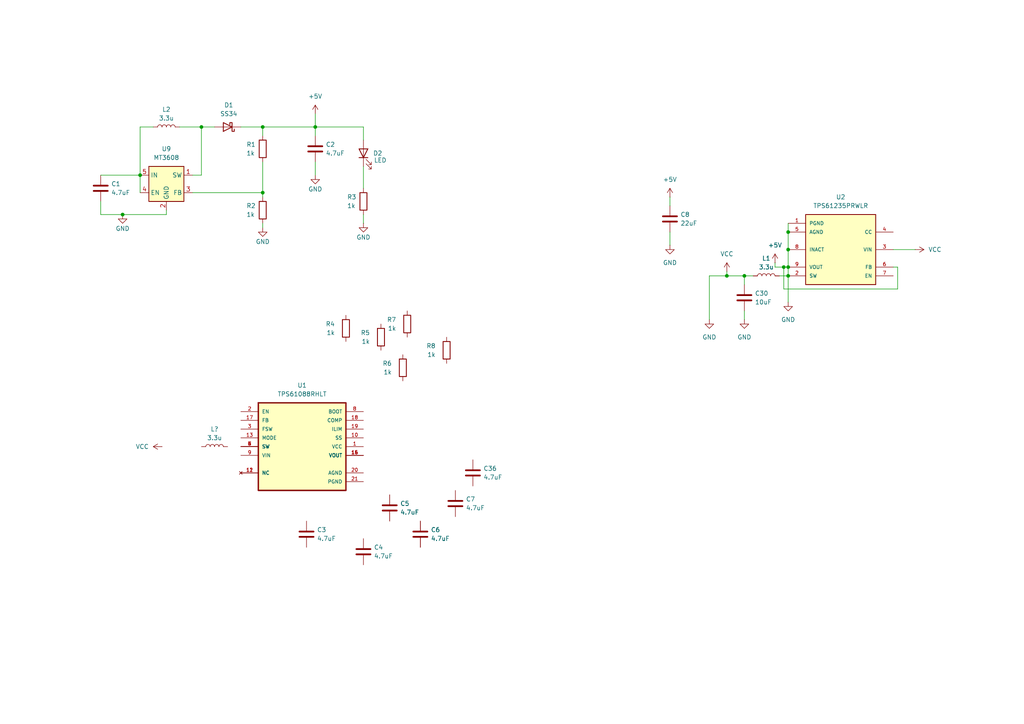
<source format=kicad_sch>
(kicad_sch (version 20250114) (generator "eeschema") (generator_version "9.0")
  (paper "A4")
  (lib_symbols
    (symbol "Device:C" (pin_numbers (hide yes)) (pin_names (offset 0.254))
      (property "Reference" "C" (at 0.635 2.54 0))
      (property "Value" "C" (at 0.635 -2.54 0))
      (symbol "C_0_1"
        (polyline (pts (xy -2.032 0.762) (xy 2.032 0.762)) (stroke (width 0.508)))
        (polyline (pts (xy -2.032 -0.762) (xy 2.032 -0.762)) (stroke (width 0.508)))
      )
      (symbol "C_1_1"
        (pin passive line (at 0 3.81 270) (length 2.794) (name "~") (number "1"))
        (pin passive line (at 0 -3.81 90) (length 2.794) (name "~") (number "2"))
      )
    )
    (symbol "Device:L" (pin_numbers (hide yes)) (pin_names (offset 1.016) (hide yes))
      (property "Reference" "L" (at -1.27 0 90))
      (property "Value" "L" (at 1.905 0 90))
      (symbol "L_0_1"
        (arc (start 0 2.54) (mid 0.6323 1.905) (end 0 1.27))
        (arc (start 0 1.27) (mid 0.6323 0.635) (end 0 0))
        (arc (start 0 0) (mid 0.6323 -0.635) (end 0 -1.27))
        (arc (start 0 -1.27) (mid 0.6323 -1.905) (end 0 -2.54))
      )
      (symbol "L_1_1"
        (pin passive line (at 0 3.81 270) (length 1.27) (name "1") (number "1"))
        (pin passive line (at 0 -3.81 90) (length 1.27) (name "2") (number "2"))
      )
    )
    (symbol "Device:LED" (pin_numbers (hide yes)) (pin_names (offset 1.016) (hide yes))
      (property "Reference" "D" (at 0 2.54 0))
      (property "Value" "LED" (at 0 -2.54 0))
      (symbol "LED_0_1"
        (polyline (pts (xy -3.048 -0.762) (xy -4.572 -2.286) (xy -3.81 -2.286) (xy -4.572 -2.286) (xy -4.572 -1.524)))
        (polyline (pts (xy -1.778 -0.762) (xy -3.302 -2.286) (xy -2.54 -2.286) (xy -3.302 -2.286) (xy -3.302 -1.524)))
        (polyline (pts (xy -1.27 0) (xy 1.27 0)))
        (polyline (pts (xy -1.27 -1.27) (xy -1.27 1.27)) (stroke (width 0.254)))
        (polyline (pts (xy 1.27 -1.27) (xy 1.27 1.27) (xy -1.27 0) (xy 1.27 -1.27)) (stroke (width 0.254)))
      )
      (symbol "LED_1_1"
        (pin passive line (at -3.81 0 0) (length 2.54) (name "K") (number "1"))
        (pin passive line (at 3.81 0 180) (length 2.54) (name "A") (number "2"))
      )
    )
    (symbol "Device:R" (pin_numbers (hide yes)) (pin_names (offset 0))
      (property "Reference" "R" (at 2.032 0 90))
      (property "Value" "R" (at 0 0 90))
      (symbol "R_0_1"
        (rectangle (start -1.016 -2.54) (end 1.016 2.54) (stroke (width 0.254)))
      )
      (symbol "R_1_1"
        (pin passive line (at 0 3.81 270) (length 1.27) (name "~") (number "1"))
        (pin passive line (at 0 -3.81 90) (length 1.27) (name "~") (number "2"))
      )
    )
    (symbol "Diode:SS34" (pin_numbers (hide yes)) (pin_names (offset 1.016) (hide yes))
      (property "Reference" "D" (at 0 2.54 0))
      (property "Value" "SS34" (at 0 -2.54 0))
      (symbol "SS34_0_1"
        (polyline (pts (xy -1.905 0.635) (xy -1.905 1.27) (xy -1.27 1.27) (xy -1.27 -1.27) (xy -0.635 -1.27) (xy -0.635 -0.635)) (stroke (width 0.254)))
        (polyline (pts (xy 1.27 1.27) (xy 1.27 -1.27) (xy -1.27 0) (xy 1.27 1.27)) (stroke (width 0.254)))
        (polyline (pts (xy 1.27 0) (xy -1.27 0)))
      )
      (symbol "SS34_1_1"
        (pin passive line (at -3.81 0 0) (length 2.54) (name "K") (number "1"))
        (pin passive line (at 3.81 0 180) (length 2.54) (name "A") (number "2"))
      )
    )
    (symbol "GND_1" (power) (pin_numbers (hide yes)) (pin_names (offset 0) (hide yes))
      (property "Value" "GND" (at 0 -3.81 0))
      (symbol "GND_1_0_1"
        (polyline (pts (xy 0 0) (xy 0 -1.27) (xy 1.27 -1.27) (xy 0 -2.54) (xy -1.27 -1.27) (xy 0 -1.27)))
      )
      (symbol "GND_1_1_1"
        (pin power_in line (at 0 0 270) (length 0) (name "~") (number "1"))
      )
    )
    (symbol "Regulator_Switching:MT3608"
      (property "Reference" "U" (at -2.54 8.89 0))
      (property "Value" "MT3608" (at -3.81 6.35 0))
      (symbol "MT3608_0_1"
        (rectangle (start -5.08 5.08) (end 5.08 -5.08) (stroke (width 0.254)) (fill (type background)))
      )
      (symbol "MT3608_1_1"
        (pin power_in line (at -7.62 2.54 0) (length 2.54) (name "IN") (number "5"))
        (pin input line (at -7.62 -2.54 0) (length 2.54) (name "EN") (number "4"))
        (pin power_in line (at 0 -7.62 90) (length 2.54) (name "GND") (number "2"))
        (pin no_connect line (at 5.08 0 180) (length 2.54) (hide yes) (name "NC") (number "6"))
        (pin passive line (at 7.62 2.54 180) (length 2.54) (name "SW") (number "1"))
        (pin input line (at 7.62 -2.54 180) (length 2.54) (name "FB") (number "3"))
      )
    )
    (symbol "TPS61088RHLT:TPS61088RHLT" (pin_names (offset 1.016))
      (property "Reference" "U" (at -12.7 13.7 0))
      (property "Value" "TPS61088RHLT" (at -12.7 -16.7 0))
      (symbol "TPS61088RHLT_0_0"
        (rectangle (start -12.7 -12.7) (end 12.7 12.7) (stroke (width 0.41)) (fill (type background)))
        (pin input line (at -17.78 10.16 0) (length 5.08) (name "EN") (number "2"))
        (pin input line (at -17.78 7.62 0) (length 5.08) (name "FB") (number "17"))
        (pin input line (at -17.78 5.08 0) (length 5.08) (name "FSW") (number "3"))
        (pin input line (at -17.78 2.54 0) (length 5.08) (name "MODE") (number "13"))
        (pin input line (at -17.78 0 0) (length 5.08) (name "SW") (number "4"))
        (pin input line (at -17.78 0 0) (length 5.08) (name "SW") (number "5"))
        (pin input line (at -17.78 0 0) (length 5.08) (name "SW") (number "6"))
        (pin input line (at -17.78 0 0) (length 5.08) (name "SW") (number "7"))
        (pin input line (at -17.78 -2.54 0) (length 5.08) (name "VIN") (number "9"))
        (pin no_connect line (at -17.78 -7.62 0) (length 5.08) (name "NC") (number "11"))
        (pin no_connect line (at -17.78 -7.62 0) (length 5.08) (name "NC") (number "12"))
        (pin output line (at 17.78 10.16 180) (length 5.08) (name "BOOT") (number "8"))
        (pin output line (at 17.78 7.62 180) (length 5.08) (name "COMP") (number "18"))
        (pin output line (at 17.78 5.08 180) (length 5.08) (name "ILIM") (number "19"))
        (pin output line (at 17.78 2.54 180) (length 5.08) (name "SS") (number "10"))
        (pin output line (at 17.78 0 180) (length 5.08) (name "VCC") (number "1"))
        (pin output line (at 17.78 -2.54 180) (length 5.08) (name "VOUT") (number "14"))
        (pin output line (at 17.78 -2.54 180) (length 5.08) (name "VOUT") (number "15"))
        (pin output line (at 17.78 -2.54 180) (length 5.08) (name "VOUT") (number "16"))
        (pin power_in line (at 17.78 -7.62 180) (length 5.08) (name "AGND") (number "20"))
        (pin power_in line (at 17.78 -10.16 180) (length 5.08) (name "PGND") (number "21"))
      )
    )
    (symbol "TPS61235PRWLR:TPS61235PRWLR" (pin_names (offset 1.016))
      (property "Reference" "U" (at -10.1797 10.9431 0))
      (property "Value" "TPS61235PRWLR" (at -10.4469 -12.2305 0))
      (symbol "TPS61235PRWLR_0_0"
        (rectangle (start -10.16 -10.16) (end 10.16 10.16) (stroke (width 0.254)) (fill (type background)))
        (pin input line (at -15.24 7.62 0) (length 5.08) (name "EN") (number "7"))
        (pin input line (at -15.24 5.08 0) (length 5.08) (name "FB") (number "6"))
        (pin input line (at -15.24 0 0) (length 5.08) (name "VIN") (number "3"))
        (pin input line (at -15.24 -5.08 0) (length 5.08) (name "CC") (number "4"))
        (pin power_in line (at 15.24 7.62 180) (length 5.08) (name "SW") (number "2"))
        (pin power_in line (at 15.24 5.08 180) (length 5.08) (name "VOUT") (number "9"))
        (pin output line (at 15.24 0 180) (length 5.08) (name "INACT") (number "8"))
        (pin power_in line (at 15.24 -5.08 180) (length 5.08) (name "AGND") (number "5"))
        (pin power_in line (at 15.24 -7.62 180) (length 5.08) (name "PGND") (number "1"))
      )
    )
    (symbol "power:+5V" (power) (pin_numbers (hide yes)) (pin_names (offset 0) (hide yes))
      (property "Value" "+5V" (at 0 3.556 0))
      (symbol "+5V_0_1"
        (polyline (pts (xy -0.762 1.27) (xy 0 2.54)))
        (polyline (pts (xy 0 2.54) (xy 0.762 1.27)))
        (polyline (pts (xy 0 0) (xy 0 2.54)))
      )
      (symbol "+5V_1_1"
        (pin power_in line (at 0 0 90) (length 0) (name "~") (number "1"))
      )
    )
    (symbol "power:GND" (power) (pin_numbers (hide yes)) (pin_names (offset 0) (hide yes))
      (property "Value" "GND" (at 0 -3.81 0))
      (symbol "GND_0_1"
        (polyline (pts (xy 0 0) (xy 0 -1.27) (xy 1.27 -1.27) (xy 0 -2.54) (xy -1.27 -1.27) (xy 0 -1.27)))
      )
      (symbol "GND_1_1"
        (pin power_in line (at 0 0 270) (length 0) (name "~") (number "1"))
      )
    )
  )
  (junction (at 228.6 77.47))
  (junction (at 228.6 72.39))
  (junction (at 76.2 55.88))
  (junction (at 210.82 80.01))
  (junction (at 228.6 67.31))
  (junction (at 91.44 36.83))
  (junction (at 228.6 80.01))
  (junction (at 40.64 50.8))
  (junction (at 215.9 80.01))
  (junction (at 35.56 62.23))
  (junction (at 76.2 36.83))
  (junction (at 227.33 77.47))
  (junction (at 58.42 36.83))
  (wire (pts (xy 205.74 92.71) (xy 205.74 80.01)))
  (wire (pts (xy 76.2 55.88) (xy 76.2 57.15)))
  (wire (pts (xy 44.45 36.83) (xy 40.64 36.83)))
  (wire (pts (xy 52.07 36.83) (xy 58.42 36.83)))
  (wire (pts (xy 228.6 72.39) (xy 228.6 77.47)))
  (wire (pts (xy 228.6 64.77) (xy 228.6 67.31)))
  (wire (pts (xy 40.64 36.83) (xy 40.64 50.8)))
  (wire (pts (xy 105.41 40.64) (xy 105.41 36.83)))
  (wire (pts (xy 227.33 77.47) (xy 224.79 77.47)))
  (wire (pts (xy 58.42 36.83) (xy 62.23 36.83)))
  (wire (pts (xy 215.9 80.01) (xy 218.44 80.01)))
  (wire (pts (xy 40.64 50.8) (xy 40.64 55.88)))
  (wire (pts (xy 91.44 46.99) (xy 91.44 50.8)))
  (wire (pts (xy 259.08 77.47) (xy 260.35 77.47)))
  (wire (pts (xy 210.82 80.01) (xy 215.9 80.01)))
  (wire (pts (xy 224.79 77.47) (xy 224.79 76.2)))
  (wire (pts (xy 205.74 80.01) (xy 210.82 80.01)))
  (wire (pts (xy 29.21 58.42) (xy 29.21 62.23)))
  (wire (pts (xy 215.9 90.17) (xy 215.9 92.71)))
  (wire (pts (xy 55.88 50.8) (xy 58.42 50.8)))
  (wire (pts (xy 259.08 72.39) (xy 265.43 72.39)))
  (wire (pts (xy 35.56 62.23) (xy 48.26 62.23)))
  (wire (pts (xy 91.44 33.02) (xy 91.44 36.83)))
  (wire (pts (xy 226.06 80.01) (xy 228.6 80.01)))
  (wire (pts (xy 215.9 82.55) (xy 215.9 80.01)))
  (wire (pts (xy 194.31 57.15) (xy 194.31 59.69)))
  (wire (pts (xy 105.41 48.26) (xy 105.41 54.61)))
  (wire (pts (xy 58.42 50.8) (xy 58.42 36.83)))
  (wire (pts (xy 228.6 77.47) (xy 227.33 77.47)))
  (wire (pts (xy 260.35 83.82) (xy 227.33 83.82)))
  (wire (pts (xy 194.31 67.31) (xy 194.31 71.12)))
  (wire (pts (xy 210.82 78.74) (xy 210.82 80.01)))
  (wire (pts (xy 69.85 36.83) (xy 76.2 36.83)))
  (wire (pts (xy 76.2 64.77) (xy 76.2 66.04)))
  (wire (pts (xy 76.2 36.83) (xy 91.44 36.83)))
  (wire (pts (xy 91.44 36.83) (xy 91.44 39.37)))
  (wire (pts (xy 55.88 55.88) (xy 76.2 55.88)))
  (wire (pts (xy 260.35 77.47) (xy 260.35 83.82)))
  (wire (pts (xy 227.33 77.47) (xy 227.33 83.82)))
  (wire (pts (xy 48.26 60.96) (xy 48.26 62.23)))
  (wire (pts (xy 29.21 62.23) (xy 35.56 62.23)))
  (wire (pts (xy 228.6 80.01) (xy 228.6 87.63)))
  (wire (pts (xy 105.41 62.23) (xy 105.41 64.77)))
  (wire (pts (xy 29.21 50.8) (xy 40.64 50.8)))
  (wire (pts (xy 228.6 77.47) (xy 228.6 80.01)))
  (wire (pts (xy 228.6 67.31) (xy 228.6 72.39)))
  (wire (pts (xy 76.2 36.83) (xy 76.2 39.37)))
  (wire (pts (xy 105.41 36.83) (xy 91.44 36.83)))
  (wire (pts (xy 76.2 46.99) (xy 76.2 55.88)))
  (symbol (lib_id "Device:R") (at 110.49 97.79 0) (mirror y) (unit 1)
    (property "Reference" "R5" (at 107.315 96.52 0) (effects (justify left)))
    (property "Value" "1k" (at 107.315 99.06 0) (effects (justify left)))
    (property "Footprint" "Resistor_SMD:R_0402_1005Metric" (effects (hide yes)))
  )
  (symbol (lib_name "GND_1") (lib_id "power:GND") (at 35.56 62.23 0) (unit 1)
    (property "Reference" "#PWR01" (effects (hide yes)))
    (property "Value" "GND" (at 35.56 66.294 0))
    (property "Description" "Power symbol creates a global label with name \"GND\" , ground" (effects (hide yes)))
  )
  (symbol (lib_id "Device:C") (at 113.03 147.32 0) (unit 1)
    (property "Reference" "C5" (at 116.078 146.05 0) (effects (justify left)))
    (property "Value" "4.7uF" (at 116.078 148.59 0) (effects (justify left)))
    (property "Footprint" "Capacitor_SMD:C_0402_1005Metric" (effects (hide yes)))
    (property "Description" "Unpolarized capacitor" (effects (hide yes)))
  )
  (symbol (lib_name "GND_1") (lib_id "power:GND") (at 91.44 50.8 0) (unit 1)
    (property "Reference" "#PWR04" (effects (hide yes)))
    (property "Value" "GND" (at 91.44 54.864 0))
    (property "Description" "Power symbol creates a global label with name \"GND\" , ground" (effects (hide yes)))
  )
  (symbol (lib_id "Device:R") (at 76.2 60.96 0) (mirror y) (unit 1)
    (property "Reference" "R2" (at 74.168 59.69 0) (effects (justify left)))
    (property "Value" "1k" (at 73.914 62.23 0) (effects (justify left)))
    (property "Footprint" "Resistor_SMD:R_0402_1005Metric" (effects (hide yes)))
  )
  (symbol (lib_id "Device:C") (at 29.21 54.61 0) (unit 1)
    (property "Reference" "C1" (at 32.258 53.34 0) (effects (justify left)))
    (property "Value" "4.7uF" (at 32.258 55.88 0) (effects (justify left)))
    (property "Footprint" "Capacitor_SMD:C_0402_1005Metric" (effects (hide yes)))
    (property "Description" "Unpolarized capacitor" (effects (hide yes)))
  )
  (symbol (lib_id "power:+5V") (at 265.43 72.39 270) (unit 1)
    (property "Reference" "#PWR014" (effects (hide yes)))
    (property "Value" "VCC" (at 269.24 72.3899 90) (effects (justify left)))
    (property "Description" "Power symbol creates a global label with name \"+5V\"" (effects (hide yes)))
  )
  (symbol (lib_id "Device:R") (at 76.2 43.18 0) (mirror y) (unit 1)
    (property "Reference" "R1" (at 74.168 41.91 0) (effects (justify left)))
    (property "Value" "1k" (at 73.914 44.45 0) (effects (justify left)))
    (property "Footprint" "Resistor_SMD:R_0402_1005Metric" (effects (hide yes)))
  )
  (symbol (lib_id "power:+5V") (at 194.31 57.15 0) (unit 1)
    (property "Reference" "#PWR07" (effects (hide yes)))
    (property "Value" "+5V" (at 194.31 52.07 0))
    (property "Description" "Power symbol creates a global label with name \"+5V\"" (effects (hide yes)))
  )
  (symbol (lib_id "Device:C") (at 91.44 43.18 0) (unit 1)
    (property "Reference" "C2" (at 94.488 41.91 0) (effects (justify left)))
    (property "Value" "4.7uF" (at 94.488 44.45 0) (effects (justify left)))
    (property "Footprint" "Capacitor_SMD:C_0402_1005Metric" (effects (hide yes)))
    (property "Description" "Unpolarized capacitor" (effects (hide yes)))
  )
  (symbol (lib_id "Device:C") (at 132.08 146.05 0) (unit 1)
    (property "Reference" "C7" (at 135.128 144.78 0) (effects (justify left)))
    (property "Value" "4.7uF" (at 135.128 147.32 0) (effects (justify left)))
    (property "Footprint" "Capacitor_SMD:C_0402_1005Metric" (effects (hide yes)))
    (property "Description" "Unpolarized capacitor" (effects (hide yes)))
  )
  (symbol (lib_id "power:+5V") (at 224.79 76.2 0) (unit 1)
    (property "Reference" "#PWR012" (effects (hide yes)))
    (property "Value" "+5V" (at 224.79 71.12 0))
    (property "Description" "Power symbol creates a global label with name \"+5V\"" (effects (hide yes)))
  )
  (symbol (lib_id "Regulator_Switching:MT3608") (at 48.26 53.34 0) (unit 1)
    (property "Reference" "U9" (at 48.26 43.18 0))
    (property "Value" "MT3608" (at 48.26 45.72 0))
    (property "Footprint" "Package_TO_SOT_SMD:SOT-23-6" (effects (hide yes)))
    (property "Datasheet" "https://www.olimex.com/Products/Breadboarding/BB-PWR-3608/resources/MT3608.pdf" (effects (hide yes)))
    (property "Description" "High Efficiency 1.2MHz 2A Step Up Converter, 2-24V Vin, 28V Vout, 4A current limit, 1.2MHz, SOT23-6" (effects (hide yes)))
  )
  (symbol (lib_id "Device:C") (at 194.31 63.5 0) (unit 1)
    (property "Reference" "C8" (at 197.358 62.23 0) (effects (justify left)))
    (property "Value" "22uF" (at 197.358 64.77 0) (effects (justify left)))
    (property "Footprint" "Capacitor_SMD:C_0402_1005Metric" (effects (hide yes)))
    (property "Description" "Unpolarized capacitor" (effects (hide yes)))
  )
  (symbol (lib_id "Device:R") (at 118.11 93.98 0) (mirror y) (unit 1)
    (property "Reference" "R7" (at 114.935 92.71 0) (effects (justify left)))
    (property "Value" "1k" (at 114.935 95.25 0) (effects (justify left)))
    (property "Footprint" "Resistor_SMD:R_0402_1005Metric" (effects (hide yes)))
  )
  (symbol (lib_id "Device:R") (at 100.33 95.25 0) (mirror y) (unit 1)
    (property "Reference" "R4" (at 97.155 93.98 0) (effects (justify left)))
    (property "Value" "1k" (at 97.155 96.52 0) (effects (justify left)))
    (property "Footprint" "Resistor_SMD:R_0402_1005Metric" (effects (hide yes)))
  )
  (symbol (lib_id "Device:L") (at 48.26 36.83 90) (unit 1)
    (property "Reference" "L2" (at 48.26 31.75 90))
    (property "Value" "3.3u" (at 48.26 34.29 90))
    (property "Footprint" "RP2350_60QFN_minimal:L_pol_2016" (effects (hide yes)))
  )
  (symbol (lib_name "GND_1") (lib_id "power:GND") (at 205.74 92.71 0) (unit 1)
    (property "Reference" "#PWR09" (effects (hide yes)))
    (property "Value" "GND" (at 205.74 97.79 0))
    (property "Description" "Power symbol creates a global label with name \"GND\" , ground" (effects (hide yes)))
  )
  (symbol (lib_id "Device:C") (at 88.9 154.94 0) (unit 1)
    (property "Reference" "C3" (at 91.948 153.67 0) (effects (justify left)))
    (property "Value" "4.7uF" (at 91.948 156.21 0) (effects (justify left)))
    (property "Footprint" "Capacitor_SMD:C_0402_1005Metric" (effects (hide yes)))
    (property "Description" "Unpolarized capacitor" (effects (hide yes)))
  )
  (symbol (lib_id "Device:R") (at 129.54 101.6 0) (mirror y) (unit 1)
    (property "Reference" "R8" (at 126.365 100.33 0) (effects (justify left)))
    (property "Value" "1k" (at 126.365 102.87 0) (effects (justify left)))
    (property "Footprint" "Resistor_SMD:R_0402_1005Metric" (effects (hide yes)))
  )
  (symbol (lib_id "Device:L") (at 222.25 80.01 90) (unit 1)
    (property "Reference" "L1" (at 222.25 74.93 90))
    (property "Value" "3.3u" (at 222.25 77.47 90))
    (property "Footprint" "RP2350_60QFN_minimal:L_pol_2016" (effects (hide yes)))
  )
  (symbol (lib_id "Device:C") (at 215.9 86.36 0) (unit 1)
    (property "Reference" "C30" (at 218.948 85.09 0) (effects (justify left)))
    (property "Value" "10uF" (at 218.948 87.63 0) (effects (justify left)))
    (property "Footprint" "Capacitor_SMD:C_0402_1005Metric" (effects (hide yes)))
    (property "Description" "Unpolarized capacitor" (effects (hide yes)))
  )
  (symbol (lib_id "Device:C") (at 121.92 154.94 0) (unit 1)
    (property "Reference" "C6" (at 124.968 153.67 0) (effects (justify left)))
    (property "Value" "4.7uF" (at 124.968 156.21 0) (effects (justify left)))
    (property "Footprint" "Capacitor_SMD:C_0402_1005Metric" (effects (hide yes)))
    (property "Description" "Unpolarized capacitor" (effects (hide yes)))
  )
  (symbol (lib_id "Device:C") (at 105.41 160.02 0) (unit 1)
    (property "Reference" "C4" (at 108.458 158.75 0) (effects (justify left)))
    (property "Value" "4.7uF" (at 108.458 161.29 0) (effects (justify left)))
    (property "Footprint" "Capacitor_SMD:C_0402_1005Metric" (effects (hide yes)))
    (property "Description" "Unpolarized capacitor" (effects (hide yes)))
  )
  (symbol (lib_id "Device:C") (at 137.16 137.16 0) (unit 1)
    (property "Reference" "C36" (at 140.208 135.89 0) (effects (justify left)))
    (property "Value" "4.7uF" (at 140.208 138.43 0) (effects (justify left)))
    (property "Footprint" "Capacitor_SMD:C_0402_1005Metric" (effects (hide yes)))
    (property "Description" "Unpolarized capacitor" (effects (hide yes)))
  )
  (symbol (lib_id "power:+5V") (at 210.82 78.74 0) (unit 1)
    (property "Reference" "#PWR010" (effects (hide yes)))
    (property "Value" "VCC" (at 210.82 73.66 0))
    (property "Description" "Power symbol creates a global label with name \"+5V\"" (effects (hide yes)))
  )
  (symbol (lib_id "power:+5V") (at 91.44 33.02 0) (unit 1)
    (property "Reference" "#PWR03" (effects (hide yes)))
    (property "Value" "+5V" (at 91.44 27.94 0))
    (property "Description" "Power symbol creates a global label with name \"+5V\"" (effects (hide yes)))
  )
  (symbol (lib_id "TPS61088RHLT:TPS61088RHLT") (at 87.63 129.54 0) (unit 1)
    (property "Reference" "U1" (at 87.63 111.76 0))
    (property "Value" "TPS61088RHLT" (at 87.63 114.3 0))
    (property "Footprint" "TPS61088RHLT:IC_MSP430FR2522IRHLR" (effects (hide yes)))
    (property "MF" "Texas Instruments" (effects (hide yes)))
    (property "MAXIMUM_PACKAGE_HEIGHT" "1.00mm" (effects (hide yes)))
    (property "Package" "VQFN-20 Texas Instruments" (effects (hide yes)))
    (property "Price" "None" (effects (hide yes)))
    (property "Check_prices" "https://www.snapeda.com/parts/TPS61088RHLT/Texas+Instruments/view-part/?ref=eda" (effects (hide yes)))
    (property "STANDARD" "Manufacturer Recommendations" (effects (hide yes)))
    (property "PARTREV" "August 2021" (effects (hide yes)))
    (property "SnapEDA_Link" "https://www.snapeda.com/parts/TPS61088RHLT/Texas+Instruments/view-part/?ref=snap" (effects (hide yes)))
    (property "MP" "TPS61088RHLT" (effects (hide yes)))
    (property "Description_1" "10-A Fully-Integrated Synchronous Boost Converter" (effects (hide yes)))
    (property "SNAPEDA_PN" "TPS61088RHLT" (effects (hide yes)))
    (property "Availability" "In Stock" (effects (hide yes)))
    (property "MANUFACTURER" "Texas Instruments" (effects (hide yes)))
  )
  (symbol (lib_id "Device:R") (at 105.41 58.42 0) (mirror y) (unit 1)
    (property "Reference" "R3" (at 103.378 57.15 0) (effects (justify left)))
    (property "Value" "1k" (at 103.124 59.69 0) (effects (justify left)))
    (property "Footprint" "Resistor_SMD:R_0402_1005Metric" (effects (hide yes)))
  )
  (symbol (lib_name "GND_1") (lib_id "power:GND") (at 105.41 64.77 0) (unit 1)
    (property "Reference" "#PWR05" (effects (hide yes)))
    (property "Value" "GND" (at 105.41 68.834 0))
    (property "Description" "Power symbol creates a global label with name \"GND\" , ground" (effects (hide yes)))
  )
  (symbol (lib_id "TPS61235PRWLR:TPS61235PRWLR") (at 243.84 72.39 180) (unit 1)
    (property "Reference" "U2" (at 243.84 57.15 0))
    (property "Value" "TPS61235PRWLR" (at 243.84 59.69 0))
    (property "Footprint" "TPS61235PRWLR:CONV_TPS61235PRWLR" (effects (hide yes)))
    (property "MF" "Texas Instruments" (effects (hide yes)))
    (property "Description_1" "8-A valley current, 5.1-V fixed output voltage synchronous boost converters" (effects (hide yes)))
    (property "Package" "VQFN-HR-9 Texas Instruments" (effects (hide yes)))
    (property "Price" "None" (effects (hide yes)))
    (property "Check_prices" "https://www.snapeda.com/parts/TPS61235PRWLR/Texas+Instruments/view-part/?ref=eda" (effects (hide yes)))
    (property "SnapEDA_Link" "https://www.snapeda.com/parts/TPS61235PRWLR/Texas+Instruments/view-part/?ref=snap" (effects (hide yes)))
    (property "MP" "TPS61235PRWLR" (effects (hide yes)))
    (property "Availability" "In Stock" (effects (hide yes)))
    (property "MANUFACTURER" "Texas Instruments" (effects (hide yes)))
  )
  (symbol (lib_name "GND_1") (lib_id "power:GND") (at 215.9 92.71 0) (unit 1)
    (property "Reference" "#PWR011" (effects (hide yes)))
    (property "Value" "GND" (at 215.9 97.79 0))
    (property "Description" "Power symbol creates a global label with name \"GND\" , ground" (effects (hide yes)))
  )
  (symbol (lib_id "Device:L") (at 62.23 129.54 90) (unit 1)
    (property "Reference" "L?" (at 62.23 124.46 90))
    (property "Value" "3.3u" (at 62.23 127 90))
    (property "Footprint" "RP2350_60QFN_minimal:L_pol_2016" (effects (hide yes)))
  )
  (symbol (lib_id "power:GND") (at 228.6 87.63 0) (unit 1)
    (property "Reference" "#PWR013" (effects (hide yes)))
    (property "Value" "GND" (at 228.6 92.71 0))
    (property "Description" "Power symbol creates a global label with name \"GND\" , ground" (effects (hide yes)))
  )
  (symbol (lib_name "GND_1") (lib_id "power:GND") (at 194.31 71.12 0) (unit 1)
    (property "Reference" "#PWR08" (effects (hide yes)))
    (property "Value" "GND" (at 194.31 76.2 0))
    (property "Description" "Power symbol creates a global label with name \"GND\" , ground" (effects (hide yes)))
  )
  (symbol (lib_id "Device:R") (at 116.84 106.68 0) (mirror y) (unit 1)
    (property "Reference" "R6" (at 113.665 105.41 0) (effects (justify left)))
    (property "Value" "1k" (at 113.665 107.95 0) (effects (justify left)))
    (property "Footprint" "Resistor_SMD:R_0402_1005Metric" (effects (hide yes)))
  )
  (symbol (lib_id "Device:LED") (at 105.41 44.45 90) (unit 1)
    (property "Reference" "D2" (at 108.204 44.45 90) (effects (justify right)))
    (property "Value" "LED" (at 108.458 46.482 90) (effects (justify right)))
    (property "Footprint" "LED_SMD:LED_0603_1608Metric" (effects (hide yes)))
    (property "Description" "Light emitting diode" (effects (hide yes)))
    (property "Sim.Pins" "1=K 2=A" (effects (hide yes)))
  )
  (symbol (lib_id "Diode:SS34") (at 66.04 36.83 180) (unit 1)
    (property "Reference" "D1" (at 66.3575 30.48 0))
    (property "Value" "SS34" (at 66.3575 33.02 0))
    (property "Footprint" "Diode_SMD:D_SMA" (effects (hide yes)))
    (property "Datasheet" "https://www.vishay.com/docs/88751/ss32.pdf" (effects (hide yes)))
    (property "Description" "40V 3A Schottky Diode, SMA" (effects (hide yes)))
  )
  (symbol (lib_name "GND_1") (lib_id "power:GND") (at 76.2 66.04 0) (unit 1)
    (property "Reference" "#PWR02" (effects (hide yes)))
    (property "Value" "GND" (at 76.2 70.104 0))
    (property "Description" "Power symbol creates a global label with name \"GND\" , ground" (effects (hide yes)))
  )
  (symbol (lib_id "power:+5V") (at 46.99 129.54 90) (unit 1)
    (property "Reference" "#PWR06" (effects (hide yes)))
    (property "Value" "VCC" (at 43.18 129.5399 90) (effects (justify left)))
    (property "Description" "Power symbol creates a global label with name \"+5V\"" (effects (hide yes)))
  )
)
</source>
